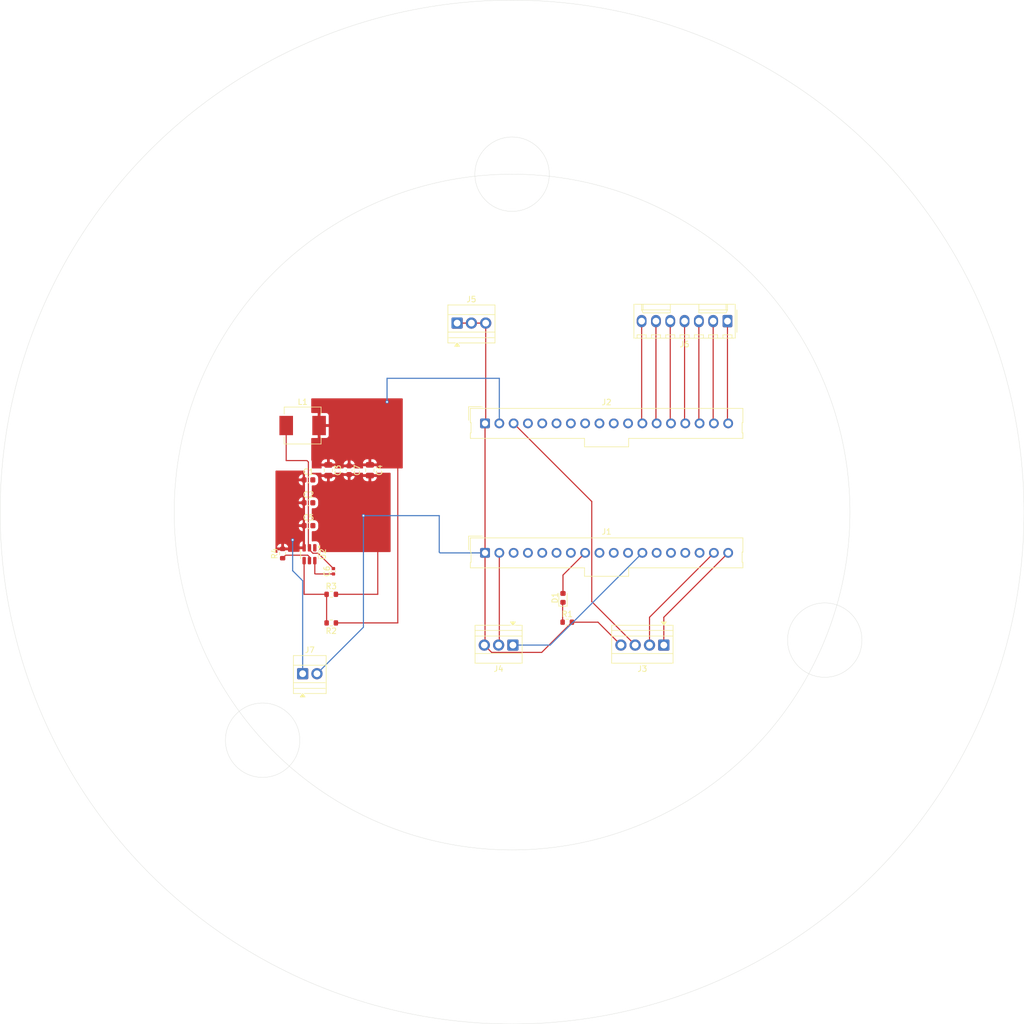
<source format=kicad_pcb>
(kicad_pcb (version 20241229) (generator "pcbnew") (generator_version "9.0")
  (title_block (title "float_carrier") (date "2025-12-01") (rev "v01") (company "Murex") (comment 1 "Author: Kevin Chen"))
  (layers (0 "F.Cu" signal) (2 "B.Cu" signal) (13 "F.Paste" user) (15 "B.Paste" user) (5 "F.SilkS" user "F.Silkscreen") (7 "B.SilkS" user "B.Silkscreen") (1 "F.Mask" user) (3 "B.Mask" user) (25 "Edge.Cuts" user))
  (net 0 "")
  (net 1 "/6V")
  (net 2 "GNDREF")
  (net 3 "/3.3V")
  (net 4 "Net-(U2-VBST)")
  (net 5 "Net-(U2-SW)")
  (net 6 "/GPIO0")
  (net 7 "Net-(D1-K)")
  (net 8 "/GPIO21")
  (net 9 "/GPIO19{slash}SCL")
  (net 10 "/GPIO36")
  (net 11 "/5V")
  (net 12 "/GPIO34")
  (net 13 "/Ve")
  (net 14 "/RST")
  (net 15 "/GPIO26")
  (net 16 "/U0RXD{slash}GPIO44")
  (net 17 "/GPIO20{slash}SCA")
  (net 18 "/GPIO33")
  (net 19 "/U0TXD{slash}GPIO43")
  (net 20 "GND")
  (net 21 "/GPIO35")
  (net 22 "/GPIO48")
  (net 23 "/GPIO47")
  (net 24 "/GPIO3")
  (net 25 "/GPIO46")
  (net 26 "/GPIO37")
  (net 27 "/GPIO38")
  (net 28 "/GPIO5")
  (net 29 "/GPIO1")
  (net 30 "/GPIO6")
  (net 31 "/GPIO7")
  (net 32 "/GPIO4")
  (net 33 "/GPIO42")
  (net 34 "/GPIO40")
  (net 35 "/GPIO39")
  (net 36 "/GPIO45")
  (net 37 "/GPIO2")
  (net 38 "/GPIO41")
  (net 39 "Net-(U2-VFB)")
  (net 40 "Net-(U2-EN)")
  (footprint "Connector_Molex:Molex_SL_171971-0018_1x18_P2.54mm_Vertical" (layer "F.Cu") (at 105.027 113.157)
    (property "Reference" "J1" (at 21.59 -3.75 0) (layer "F.SilkS"))
    (property "Value" "Conn_01x18_Socket")
    (fp_line (start -2.91 -2.96) (end -0.5 -2.96) (stroke (width 0.12)) (layer "F.SilkS"))
    (fp_line (start -2.91 -0.55) (end -2.91 -2.96) (stroke (width 0.12)) (layer "F.SilkS"))
    (fp_line (start -2.61 -2.66) (end -2.61 -0.13) (stroke (width 0.12)) (layer "F.SilkS"))
    (fp_line (start -2.61 -0.13) (end -2.48 -0.13) (stroke (width 0.12)) (layer "F.SilkS"))
    (fp_line (start -2.61 1.68) (end -2.61 2.66) (stroke (width 0.12)) (layer "F.SilkS"))
    (fp_line (start -2.61 2.66) (end 17.67 2.66) (stroke (width 0.12)) (layer "F.SilkS"))
    (fp_line (start -2.48 -0.13) (end -2.48 1.68) (stroke (width 0.12)) (layer "F.SilkS"))
    (fp_line (start -2.48 1.68) (end -2.61 1.68) (stroke (width 0.12)) (layer "F.SilkS"))
    (fp_line (start 17.67 2.66) (end 17.67 4.16) (stroke (width 0.12)) (layer "F.SilkS"))
    (fp_line (start 17.67 4.16) (end 25.51 4.16) (stroke (width 0.12)) (layer "F.SilkS"))
    (fp_line (start 25.51 2.66) (end 45.79 2.66) (stroke (width 0.12)) (layer "F.SilkS"))
    (fp_line (start 25.51 4.16) (end 25.51 2.66) (stroke (width 0.12)) (layer "F.SilkS"))
    (fp_line (start 45.66 -0.13) (end 45.79 -0.13) (stroke (width 0.12)) (layer "F.SilkS"))
    (fp_line (start 45.66 1.68) (end 45.66 -0.13) (stroke (width 0.12)) (layer "F.SilkS"))
    (fp_line (start 45.79 -2.66) (end -2.61 -2.66) (stroke (width 0.12)) (layer "F.SilkS"))
    (fp_line (start 45.79 -0.13) (end 45.79 -2.66) (stroke (width 0.12)) (layer "F.SilkS"))
    (fp_line (start 45.79 1.68) (end 45.66 1.68) (stroke (width 0.12)) (layer "F.SilkS"))
    (fp_line (start 45.79 2.66) (end 45.79 1.68) (stroke (width 0.12)) (layer "F.SilkS"))
    (pad "1" thru_hole roundrect (at 0 0) (size 1.74 1.74) (drill 1.09) (layers "*.Cu" "*.Mask") (roundrect_rratio 0.143678) (net 20 "GND"))
    (pad "2" thru_hole circle (at 2.54 0) (size 1.74 1.74) (drill 1.09) (layers "*.Cu" "*.Mask") (net 11 "/5V"))
    (pad "3" thru_hole circle (at 5.08 0) (size 1.74 1.74) (drill 1.09) (layers "*.Cu" "*.Mask") (net 13 "/Ve"))
    (pad "4" thru_hole circle (at 7.62 0) (size 1.74 1.74) (drill 1.09) (layers "*.Cu" "*.Mask") (net 13 "/Ve"))
    (pad "5" thru_hole circle (at 10.16 0) (size 1.74 1.74) (drill 1.09) (layers "*.Cu" "*.Mask") (net 16 "/U0RXD{slash}GPIO44"))
    (pad "6" thru_hole circle (at 12.7 0) (size 1.74 1.74) (drill 1.09) (layers "*.Cu" "*.Mask") (net 19 "/U0TXD{slash}GPIO43"))
    (pad "7" thru_hole circle (at 15.24 0) (size 1.74 1.74) (drill 1.09) (layers "*.Cu" "*.Mask") (net 14 "/RST"))
    (pad "8" thru_hole circle (at 17.78 0) (size 1.74 1.74) (drill 1.09) (layers "*.Cu" "*.Mask") (net 6 "/GPIO0"))
    (pad "9" thru_hole circle (at 20.32 0) (size 1.74 1.74) (drill 1.09) (layers "*.Cu" "*.Mask") (net 10 "/GPIO36"))
    (pad "10" thru_hole circle (at 22.86 0) (size 1.74 1.74) (drill 1.09) (layers "*.Cu" "*.Mask") (net 21 "/GPIO35"))
    (pad "11" thru_hole circle (at 25.4 0) (size 1.74 1.74) (drill 1.09) (layers "*.Cu" "*.Mask") (net 12 "/GPIO34"))
    (pad "12" thru_hole circle (at 27.94 0) (size 1.74 1.74) (drill 1.09) (layers "*.Cu" "*.Mask") (net 18 "/GPIO33"))
    (pad "13" thru_hole circle (at 30.48 0) (size 1.74 1.74) (drill 1.09) (layers "*.Cu" "*.Mask") (net 23 "/GPIO47"))
    (pad "14" thru_hole circle (at 33.02 0) (size 1.74 1.74) (drill 1.09) (layers "*.Cu" "*.Mask") (net 22 "/GPIO48"))
    (pad "15" thru_hole circle (at 35.56 0) (size 1.74 1.74) (drill 1.09) (layers "*.Cu" "*.Mask") (net 15 "/GPIO26"))
    (pad "16" thru_hole circle (at 38.1 0) (size 1.74 1.74) (drill 1.09) (layers "*.Cu" "*.Mask") (net 8 "/GPIO21"))
    (pad "17" thru_hole circle (at 40.64 0) (size 1.74 1.74) (drill 1.09) (layers "*.Cu" "*.Mask") (net 17 "/GPIO20{slash}SCA"))
    (pad "18" thru_hole circle (at 43.18 0) (size 1.74 1.74) (drill 1.09) (layers "*.Cu" "*.Mask") (net 9 "/GPIO19{slash}SCL"))
  )
  (footprint "Resistor_SMD:R_0603_1608Metric" (layer "F.Cu") (at 77.722 120.521)
    (property "Reference" "R3" (at 0 -1.43 0) (layer "F.SilkS"))
    (property "Value" "10k")
    (fp_line (start -0.237258 -0.5225) (end 0.237258 -0.5225) (stroke (width 0.12)) (layer "F.SilkS"))
    (fp_line (start -0.237258 0.5225) (end 0.237258 0.5225) (stroke (width 0.12)) (layer "F.SilkS"))
    (pad "1" smd roundrect (at -0.825 0) (size 0.8 0.95) (layers "F.Cu" "F.Mask" "F.Paste") (net 39 "Net-(U2-VFB)"))
    (pad "2" smd roundrect (at 0.825 0) (size 0.8 0.95) (layers "F.Cu" "F.Mask" "F.Paste") (net 20 "GND"))
  )
  (footprint "Capacitor_SMD:C_0603_1608Metric" (layer "F.Cu") (at 80.897 98.484 -90)
    (property "Reference" "C7" (at 0 -1.43 90) (layer "F.SilkS"))
    (property "Value" "22uF")
    (fp_line (start -0.14058 0.51) (end 0.14058 0.51) (stroke (width 0.12)) (layer "F.SilkS"))
    (fp_line (start -0.14058 -0.51) (end 0.14058 -0.51) (stroke (width 0.12)) (layer "F.SilkS"))
    (pad "1" smd roundrect (at -0.775 0 270) (size 0.9 0.95) (layers "F.Cu" "F.Mask" "F.Paste") (net 3 "/3.3V"))
    (pad "2" smd roundrect (at 0.775 0 270) (size 0.9 0.95) (layers "F.Cu" "F.Mask" "F.Paste") (net 20 "GND"))
  )
  (footprint "LED_SMD:LED_0603_1608Metric" (layer "F.Cu") (at 118.87 121.156 90)
    (property "Reference" "D1" (at 0 -1.43 90) (layer "F.SilkS"))
    (property "Value" "LED")
    (fp_line (start 0.8 -0.735) (end -1.485 -0.735) (stroke (width 0.12)) (layer "F.SilkS"))
    (fp_line (start -1.485 -0.735) (end -1.485 0.735) (stroke (width 0.12)) (layer "F.SilkS"))
    (fp_line (start -1.485 0.735) (end 0.8 0.735) (stroke (width 0.12)) (layer "F.SilkS"))
    (pad "1" smd roundrect (at -0.7875 0 90) (size 0.875 0.95) (layers "F.Cu" "F.Mask" "F.Paste") (net 7 "Net-(D1-K)"))
    (pad "2" smd roundrect (at 0.7875 0 90) (size 0.875 0.95) (layers "F.Cu" "F.Mask" "F.Paste") (net 6 "/GPIO0"))
  )
  (footprint "TerminalBlock:TerminalBlock_Xinya_XY308-2.54-2P_1x02_P2.54mm_Horizontal" (layer "F.Cu") (at 72.642 134.618)
    (property "Reference" "J7" (at 1.27 -4.22 0) (layer "F.SilkS"))
    (property "Value" "Screw_Terminal_01x02")
    (fp_line (start -1.64 -3.22) (end -1.64 3.52) (stroke (width 0.12)) (layer "F.SilkS"))
    (fp_line (start -1.64 -3.22) (end 4.18 -3.22) (stroke (width 0.12)) (layer "F.SilkS"))
    (fp_line (start -1.64 -1.5) (end 4.18 -1.5) (stroke (width 0.12)) (layer "F.SilkS"))
    (fp_line (start -1.64 1.6) (end 4.18 1.6) (stroke (width 0.12)) (layer "F.SilkS"))
    (fp_line (start -1.64 2.6) (end 4.18 2.6) (stroke (width 0.12)) (layer "F.SilkS"))
    (fp_line (start -1.64 3.52) (end -0.3 3.52) (stroke (width 0.12)) (layer "F.SilkS"))
    (fp_line (start 0.3 3.52) (end 4.18 3.52) (stroke (width 0.12)) (layer "F.SilkS"))
    (fp_line (start 4.18 -3.22) (end 4.18 3.52) (stroke (width 0.12)) (layer "F.SilkS"))
    (fp_poly (pts (xy 0 3.52) (xy 0.44 4.13) (xy -0.44 4.13)) (stroke (width 0.12)) (fill yes) (layer "F.SilkS"))
    (pad "1" thru_hole roundrect (at 0 0) (size 2 2) (drill 1.2) (layers "*.Cu" "*.Mask") (roundrect_rratio 0.125) (net 1 "/6V"))
    (pad "2" thru_hole circle (at 2.54 0) (size 2 2) (drill 1.2) (layers "*.Cu" "*.Mask") (net 20 "GND"))
  )
  (footprint "Inductor_SMD:L_Vishay_IHLP-2525" (layer "F.Cu") (at 72.642 90.549)
    (property "Reference" "L1" (at 0 -4.175 0) (layer "F.SilkS"))
    (property "Value" "2.2uH")
    (fp_line (start -3.275 -3.275) (end 3.275 -3.275) (stroke (width 0.12)) (layer "F.SilkS"))
    (fp_line (start -3.275 -2.0145) (end -3.275 -3.275) (stroke (width 0.12)) (layer "F.SilkS"))
    (fp_line (start -3.275 2.0145) (end -3.275 3.275) (stroke (width 0.12)) (layer "F.SilkS"))
    (fp_line (start -3.275 3.275) (end 3.275 3.275) (stroke (width 0.12)) (layer "F.SilkS"))
    (fp_line (start 3.275 -3.275) (end 3.275 -2.0145) (stroke (width 0.12)) (layer "F.SilkS"))
    (fp_line (start 3.275 3.275) (end 3.275 2.0145) (stroke (width 0.12)) (layer "F.SilkS"))
    (pad "1" smd rect (at -2.921 0) (size 2.413 3.429) (layers "F.Cu" "F.Mask" "F.Paste") (net 5 "Net-(U2-SW)"))
    (pad "2" smd rect (at 2.921 0) (size 2.413 3.429) (layers "F.Cu" "F.Mask" "F.Paste") (net 3 "/3.3V"))
  )
  (footprint "Resistor_SMD:R_0603_1608Metric" (layer "F.Cu") (at 77.722 125.601 180)
    (property "Reference" "R2" (at 0 -1.43 0) (layer "F.SilkS"))
    (property "Value" "33.2k")
    (fp_line (start -0.237258 0.5225) (end 0.237258 0.5225) (stroke (width 0.12)) (layer "F.SilkS"))
    (fp_line (start -0.237258 -0.5225) (end 0.237258 -0.5225) (stroke (width 0.12)) (layer "F.SilkS"))
    (pad "1" smd roundrect (at -0.825 0 180) (size 0.8 0.95) (layers "F.Cu" "F.Mask" "F.Paste") (net 3 "/3.3V"))
    (pad "2" smd roundrect (at 0.825 0 180) (size 0.8 0.95) (layers "F.Cu" "F.Mask" "F.Paste") (net 39 "Net-(U2-VFB)"))
  )
  (footprint "Capacitor_SMD:C_0805_2012Metric" (layer "F.Cu") (at 84.58 98.484 -90)
    (property "Reference" "C4" (at 0 -1.68 90) (layer "F.SilkS"))
    (property "Value" "22uF")
    (fp_line (start -0.261252 0.735) (end 0.261252 0.735) (stroke (width 0.12)) (layer "F.SilkS"))
    (fp_line (start -0.261252 -0.735) (end 0.261252 -0.735) (stroke (width 0.12)) (layer "F.SilkS"))
    (pad "1" smd roundrect (at -0.95 0 270) (size 1 1.45) (layers "F.Cu" "F.Mask" "F.Paste") (net 3 "/3.3V"))
    (pad "2" smd roundrect (at 0.95 0 270) (size 1 1.45) (layers "F.Cu" "F.Mask" "F.Paste") (net 20 "GND"))
  )
  (footprint "Capacitor_SMD:C_0603_1608Metric" (layer "F.Cu") (at 73.671 100.201)
    (property "Reference" "C1" (at 0 -1.43 0) (layer "F.SilkS"))
    (property "Value" "10uF")
    (fp_line (start -0.14058 -0.51) (end 0.14058 -0.51) (stroke (width 0.12)) (layer "F.SilkS"))
    (fp_line (start -0.14058 0.51) (end 0.14058 0.51) (stroke (width 0.12)) (layer "F.SilkS"))
    (pad "1" smd roundrect (at -0.775 0) (size 0.9 0.95) (layers "F.Cu" "F.Mask" "F.Paste") (net 1 "/6V"))
    (pad "2" smd roundrect (at 0.775 0) (size 0.9 0.95) (layers "F.Cu" "F.Mask" "F.Paste") (net 2 "GNDREF"))
  )
  (footprint "Capacitor_SMD:C_0402_1005Metric" (layer "F.Cu") (at 78.103 116.429 90)
    (property "Reference" "C6" (at 0 -1.16 90) (layer "F.SilkS"))
    (property "Value" "0.1uF")
    (fp_line (start -0.107836 -0.36) (end 0.107836 -0.36) (stroke (width 0.12)) (layer "F.SilkS"))
    (fp_line (start -0.107836 0.36) (end 0.107836 0.36) (stroke (width 0.12)) (layer "F.SilkS"))
    (pad "1" smd roundrect (at -0.48 0 90) (size 0.56 0.62) (layers "F.Cu" "F.Mask" "F.Paste") (net 4 "Net-(U2-VBST)"))
    (pad "2" smd roundrect (at 0.48 0 90) (size 0.56 0.62) (layers "F.Cu" "F.Mask" "F.Paste") (net 5 "Net-(U2-SW)"))
  )
  (footprint "TerminalBlock:TerminalBlock_Xinya_XY308-2.54-3P_1x03_P2.54mm_Horizontal" (layer "F.Cu") (at 100.069 72.3595)
    (property "Reference" "J5" (at 2.54 -4.22 0) (layer "F.SilkS"))
    (property "Value" "Screw_Terminal_01x03_GND")
    (fp_line (start -1.64 -3.22) (end -1.64 3.52) (stroke (width 0.12)) (layer "F.SilkS"))
    (fp_line (start -1.64 -3.22) (end 6.72 -3.22) (stroke (width 0.12)) (layer "F.SilkS"))
    (fp_line (start -1.64 -1.5) (end 6.72 -1.5) (stroke (width 0.12)) (layer "F.SilkS"))
    (fp_line (start -1.64 1.6) (end 6.72 1.6) (stroke (width 0.12)) (layer "F.SilkS"))
    (fp_line (start -1.64 2.6) (end 6.72 2.6) (stroke (width 0.12)) (layer "F.SilkS"))
    (fp_line (start -1.64 3.52) (end -0.3 3.52) (stroke (width 0.12)) (layer "F.SilkS"))
    (fp_line (start 0.3 3.52) (end 6.72 3.52) (stroke (width 0.12)) (layer "F.SilkS"))
    (fp_line (start 6.72 -3.22) (end 6.72 3.52) (stroke (width 0.12)) (layer "F.SilkS"))
    (fp_poly (pts (xy 0 3.52) (xy 0.44 4.13) (xy -0.44 4.13)) (stroke (width 0.12)) (fill yes) (layer "F.SilkS"))
    (pad "1" thru_hole roundrect (at 0 0) (size 2 2) (drill 1.2) (layers "*.Cu" "*.Mask") (roundrect_rratio 0.125) (net 20 "GND"))
    (pad "2" thru_hole circle (at 2.54 0) (size 2 2) (drill 1.2) (layers "*.Cu" "*.Mask") (net 20 "GND"))
    (pad "3" thru_hole circle (at 5.08 0) (size 2 2) (drill 1.2) (layers "*.Cu" "*.Mask") (net 20 "GND"))
  )
  (footprint "TerminalBlock:TerminalBlock_Xinya_XY308-2.54-3P_1x03_P2.54mm_Horizontal" (layer "F.Cu") (at 109.98 129.538 180)
    (property "Reference" "J4" (at 2.54 -4.22 0) (layer "F.SilkS"))
    (property "Value" "Screw_Terminal_01x03_Servo")
    (fp_line (start 6.72 -3.22) (end 6.72 3.52) (stroke (width 0.12)) (layer "F.SilkS"))
    (fp_line (start 0.3 3.52) (end 6.72 3.52) (stroke (width 0.12)) (layer "F.SilkS"))
    (fp_line (start -1.64 3.52) (end -0.3 3.52) (stroke (width 0.12)) (layer "F.SilkS"))
    (fp_line (start -1.64 2.6) (end 6.72 2.6) (stroke (width 0.12)) (layer "F.SilkS"))
    (fp_line (start -1.64 1.6) (end 6.72 1.6) (stroke (width 0.12)) (layer "F.SilkS"))
    (fp_line (start -1.64 -1.5) (end 6.72 -1.5) (stroke (width 0.12)) (layer "F.SilkS"))
    (fp_line (start -1.64 -3.22) (end 6.72 -3.22) (stroke (width 0.12)) (layer "F.SilkS"))
    (fp_line (start -1.64 -3.22) (end -1.64 3.52) (stroke (width 0.12)) (layer "F.SilkS"))
    (fp_poly (pts (xy 0 3.52) (xy 0.44 4.13) (xy -0.44 4.13)) (stroke (width 0.12)) (fill yes) (layer "F.SilkS"))
    (pad "1" thru_hole roundrect (at 0 0 180) (size 2 2) (drill 1.2) (layers "*.Cu" "*.Mask") (roundrect_rratio 0.125) (net 18 "/GPIO33"))
    (pad "2" thru_hole circle (at 2.54 0 180) (size 2 2) (drill 1.2) (layers "*.Cu" "*.Mask") (net 11 "/5V"))
    (pad "3" thru_hole circle (at 5.08 0 180) (size 2 2) (drill 1.2) (layers "*.Cu" "*.Mask") (net 20 "GND"))
  )
  (footprint "TerminalBlock:TerminalBlock_Xinya_XY308-2.54-4P_1x04_P2.54mm_Horizontal" (layer "F.Cu") (at 136.777 129.538 180)
    (property "Reference" "J3" (at 3.81 -4.22 0) (layer "F.SilkS"))
    (property "Value" "Screw_Terminal_01x04_Depth_Sensor")
    (fp_line (start 9.26 -3.22) (end 9.26 3.52) (stroke (width 0.12)) (layer "F.SilkS"))
    (fp_line (start 0.3 3.52) (end 9.26 3.52) (stroke (width 0.12)) (layer "F.SilkS"))
    (fp_line (start -1.64 3.52) (end -0.3 3.52) (stroke (width 0.12)) (layer "F.SilkS"))
    (fp_line (start -1.64 2.6) (end 9.26 2.6) (stroke (width 0.12)) (layer "F.SilkS"))
    (fp_line (start -1.64 1.6) (end 9.26 1.6) (stroke (width 0.12)) (layer "F.SilkS"))
    (fp_line (start -1.64 -1.5) (end 9.26 -1.5) (stroke (width 0.12)) (layer "F.SilkS"))
    (fp_line (start -1.64 -3.22) (end 9.26 -3.22) (stroke (width 0.12)) (layer "F.SilkS"))
    (fp_line (start -1.64 -3.22) (end -1.64 3.52) (stroke (width 0.12)) (layer "F.SilkS"))
    (fp_poly (pts (xy 0 3.52) (xy 0.44 4.13) (xy -0.44 4.13)) (stroke (width 0.12)) (fill yes) (layer "F.SilkS"))
    (pad "1" thru_hole roundrect (at 0 0 180) (size 2 2) (drill 1.2) (layers "*.Cu" "*.Mask") (roundrect_rratio 0.125) (net 9 "/GPIO19{slash}SCL"))
    (pad "2" thru_hole circle (at 2.54 0 180) (size 2 2) (drill 1.2) (layers "*.Cu" "*.Mask") (net 17 "/GPIO20{slash}SCA"))
    (pad "3" thru_hole circle (at 5.08 0 180) (size 2 2) (drill 1.2) (layers "*.Cu" "*.Mask") (net 3 "/3.3V"))
    (pad "4" thru_hole circle (at 7.62 0 180) (size 2 2) (drill 1.2) (layers "*.Cu" "*.Mask") (net 20 "GND"))
  )
  (footprint "Connector_Molex:Molex_SL_171971-0018_1x18_P2.54mm_Vertical" (layer "F.Cu") (at 105.027 90.168)
    (property "Reference" "J2" (at 21.59 -3.75 0) (layer "F.SilkS"))
    (property "Value" "Conn_01x18_Socket")
    (fp_line (start -2.91 -2.96) (end -0.5 -2.96) (stroke (width 0.12)) (layer "F.SilkS"))
    (fp_line (start -2.91 -0.55) (end -2.91 -2.96) (stroke (width 0.12)) (layer "F.SilkS"))
    (fp_line (start -2.61 -2.66) (end -2.61 -0.13) (stroke (width 0.12)) (layer "F.SilkS"))
    (fp_line (start -2.61 -0.13) (end -2.48 -0.13) (stroke (width 0.12)) (layer "F.SilkS"))
    (fp_line (start -2.61 1.68) (end -2.61 2.66) (stroke (width 0.12)) (layer "F.SilkS"))
    (fp_line (start -2.61 2.66) (end 17.67 2.66) (stroke (width 0.12)) (layer "F.SilkS"))
    (fp_line (start -2.48 -0.13) (end -2.48 1.68) (stroke (width 0.12)) (layer "F.SilkS"))
    (fp_line (start -2.48 1.68) (end -2.61 1.68) (stroke (width 0.12)) (layer "F.SilkS"))
    (fp_line (start 17.67 2.66) (end 17.67 4.16) (stroke (width 0.12)) (layer "F.SilkS"))
    (fp_line (start 17.67 4.16) (end 25.51 4.16) (stroke (width 0.12)) (layer "F.SilkS"))
    (fp_line (start 25.51 2.66) (end 45.79 2.66) (stroke (width 0.12)) (layer "F.SilkS"))
    (fp_line (start 25.51 4.16) (end 25.51 2.66) (stroke (width 0.12)) (layer "F.SilkS"))
    (fp_line (start 45.66 -0.13) (end 45.79 -0.13) (stroke (width 0.12)) (layer "F.SilkS"))
    (fp_line (start 45.66 1.68) (end 45.66 -0.13) (stroke (width 0.12)) (layer "F.SilkS"))
    (fp_line (start 45.79 -2.66) (end -2.61 -2.66) (stroke (width 0.12)) (layer "F.SilkS"))
    (fp_line (start 45.79 -0.13) (end 45.79 -2.66) (stroke (width 0.12)) (layer "F.SilkS"))
    (fp_line (start 45.79 1.68) (end 45.66 1.68) (stroke (width 0.12)) (layer "F.SilkS"))
    (fp_line (start 45.79 2.66) (end 45.79 1.68) (stroke (width 0.12)) (layer "F.SilkS"))
    (pad "1" thru_hole roundrect (at 0 0) (size 1.74 1.74) (drill 1.09) (layers "*.Cu" "*.Mask") (roundrect_rratio 0.143678) (net 20 "GND"))
    (pad "2" thru_hole circle (at 2.54 0) (size 1.74 1.74) (drill 1.09) (layers "*.Cu" "*.Mask") (net 3 "/3.3V"))
    (pad "3" thru_hole circle (at 5.08 0) (size 1.74 1.74) (drill 1.09) (layers "*.Cu" "*.Mask") (net 3 "/3.3V"))
    (pad "4" thru_hole circle (at 7.62 0) (size 1.74 1.74) (drill 1.09) (layers "*.Cu" "*.Mask") (net 26 "/GPIO37"))
    (pad "5" thru_hole circle (at 10.16 0) (size 1.74 1.74) (drill 1.09) (layers "*.Cu" "*.Mask") (net 25 "/GPIO46"))
    (pad "6" thru_hole circle (at 12.7 0) (size 1.74 1.74) (drill 1.09) (layers "*.Cu" "*.Mask") (net 36 "/GPIO45"))
    (pad "7" thru_hole circle (at 15.24 0) (size 1.74 1.74) (drill 1.09) (layers "*.Cu" "*.Mask") (net 33 "/GPIO42"))
    (pad "8" thru_hole circle (at 17.78 0) (size 1.74 1.74) (drill 1.09) (layers "*.Cu" "*.Mask") (net 38 "/GPIO41"))
    (pad "9" thru_hole circle (at 20.32 0) (size 1.74 1.74) (drill 1.09) (layers "*.Cu" "*.Mask") (net 34 "/GPIO40"))
    (pad "10" thru_hole circle (at 22.86 0) (size 1.74 1.74) (drill 1.09) (layers "*.Cu" "*.Mask") (net 35 "/GPIO39"))
    (pad "11" thru_hole circle (at 25.4 0) (size 1.74 1.74) (drill 1.09) (layers "*.Cu" "*.Mask") (net 27 "/GPIO38"))
    (pad "12" thru_hole circle (at 27.94 0) (size 1.74 1.74) (drill 1.09) (layers "*.Cu" "*.Mask") (net 29 "/GPIO1"))
    (pad "13" thru_hole circle (at 30.48 0) (size 1.74 1.74) (drill 1.09) (layers "*.Cu" "*.Mask") (net 37 "/GPIO2"))
    (pad "14" thru_hole circle (at 33.02 0) (size 1.74 1.74) (drill 1.09) (layers "*.Cu" "*.Mask") (net 24 "/GPIO3"))
    (pad "15" thru_hole circle (at 35.56 0) (size 1.74 1.74) (drill 1.09) (layers "*.Cu" "*.Mask") (net 32 "/GPIO4"))
    (pad "16" thru_hole circle (at 38.1 0) (size 1.74 1.74) (drill 1.09) (layers "*.Cu" "*.Mask") (net 28 "/GPIO5"))
    (pad "17" thru_hole circle (at 40.64 0) (size 1.74 1.74) (drill 1.09) (layers "*.Cu" "*.Mask") (net 30 "/GPIO6"))
    (pad "18" thru_hole circle (at 43.18 0) (size 1.74 1.74) (drill 1.09) (layers "*.Cu" "*.Mask") (net 31 "/GPIO7"))
  )
  (footprint "Capacitor_SMD:C_0805_2012Metric" (layer "F.Cu") (at 77.214 98.497 -90)
    (property "Reference" "C3" (at 0 -1.68 90) (layer "F.SilkS"))
    (property "Value" "22uF")
    (fp_line (start -0.261252 0.735) (end 0.261252 0.735) (stroke (width 0.12)) (layer "F.SilkS"))
    (fp_line (start -0.261252 -0.735) (end 0.261252 -0.735) (stroke (width 0.12)) (layer "F.SilkS"))
    (pad "1" smd roundrect (at -0.95 0 270) (size 1 1.45) (layers "F.Cu" "F.Mask" "F.Paste") (net 3 "/3.3V"))
    (pad "2" smd roundrect (at 0.95 0 270) (size 1 1.45) (layers "F.Cu" "F.Mask" "F.Paste") (net 20 "GND"))
  )
  (footprint "Package_TO_SOT_SMD:SOT-23-6" (layer "F.Cu") (at 73.851 113.4035 -90)
    (property "Reference" "U2" (at 0 -2.4 90) (layer "F.SilkS"))
    (property "Value" "TPS563200")
    (fp_line (start 0 1.56) (end -0.8 1.56) (stroke (width 0.12)) (layer "F.SilkS"))
    (fp_line (start 0 1.56) (end 0.8 1.56) (stroke (width 0.12)) (layer "F.SilkS"))
    (fp_line (start 0 -1.56) (end -0.8 -1.56) (stroke (width 0.12)) (layer "F.SilkS"))
    (fp_line (start 0 -1.56) (end 0.8 -1.56) (stroke (width 0.12)) (layer "F.SilkS"))
    (fp_poly (pts (xy -1.3 -1.51) (xy -1.54 -1.84) (xy -1.06 -1.84)) (stroke (width 0.12)) (fill yes) (layer "F.SilkS"))
    (pad "1" smd roundrect (at -1.1375 -0.95 270) (size 1.325 0.6) (layers "F.Cu" "F.Mask" "F.Paste") (net 2 "GNDREF"))
    (pad "2" smd roundrect (at -1.1375 0 270) (size 1.325 0.6) (layers "F.Cu" "F.Mask" "F.Paste") (net 5 "Net-(U2-SW)"))
    (pad "3" smd roundrect (at -1.1375 0.95 270) (size 1.325 0.6) (layers "F.Cu" "F.Mask" "F.Paste") (net 1 "/6V"))
    (pad "4" smd roundrect (at 1.1375 0.95 270) (size 1.325 0.6) (layers "F.Cu" "F.Mask" "F.Paste") (net 39 "Net-(U2-VFB)"))
    (pad "5" smd roundrect (at 1.1375 0 270) (size 1.325 0.6) (layers "F.Cu" "F.Mask" "F.Paste") (net 40 "Net-(U2-EN)"))
    (pad "6" smd roundrect (at 1.1375 -0.95 270) (size 1.325 0.6) (layers "F.Cu" "F.Mask" "F.Paste") (net 4 "Net-(U2-VBST)"))
  )
  (footprint "Resistor_SMD:R_0603_1608Metric" (layer "F.Cu") (at 119.632 125.474)
    (property "Reference" "R1" (at 0 -1.43 0) (layer "F.SilkS"))
    (property "Value" "10k")
    (fp_line (start -0.237258 -0.5225) (end 0.237258 -0.5225) (stroke (width 0.12)) (layer "F.SilkS"))
    (fp_line (start -0.237258 0.5225) (end 0.237258 0.5225) (stroke (width 0.12)) (layer "F.SilkS"))
    (pad "1" smd roundrect (at -0.825 0) (size 0.8 0.95) (layers "F.Cu" "F.Mask" "F.Paste") (net 7 "Net-(D1-K)"))
    (pad "2" smd roundrect (at 0.825 0) (size 0.8 0.95) (layers "F.Cu" "F.Mask" "F.Paste") (net 20 "GND"))
  )
  (footprint "Capacitor_SMD:C_0603_1608Metric" (layer "F.Cu") (at 73.684 108.329)
    (property "Reference" "C5" (at 0 -1.43 0) (layer "F.SilkS"))
    (property "Value" "0.1uF")
    (fp_line (start -0.14058 -0.51) (end 0.14058 -0.51) (stroke (width 0.12)) (layer "F.SilkS"))
    (fp_line (start -0.14058 0.51) (end 0.14058 0.51) (stroke (width 0.12)) (layer "F.SilkS"))
    (pad "1" smd roundrect (at -0.775 0) (size 0.9 0.95) (layers "F.Cu" "F.Mask" "F.Paste") (net 1 "/6V"))
    (pad "2" smd roundrect (at 0.775 0) (size 0.9 0.95) (layers "F.Cu" "F.Mask" "F.Paste") (net 2 "GNDREF"))
  )
  (footprint "Connector_Molex:Molex_KK-254_AE-6410-07A_1x07_P2.54mm_Vertical" (layer "F.Cu") (at 148.08 72.007 180)
    (property "Reference" "J6" (at 7.62 -4.12 0) (layer "F.SilkS"))
    (property "Value" "Conn_01x07_Socket")
    (fp_line (start 16.62 2.99) (end 16.62 -3.03) (stroke (width 0.12)) (layer "F.SilkS"))
    (fp_line (start 16.62 -3.03) (end -1.38 -3.03) (stroke (width 0.12)) (layer "F.SilkS"))
    (fp_line (start 16.04 -2.43) (end 16.04 -3.03) (stroke (width 0.12)) (layer "F.SilkS"))
    (fp_line (start 15.24 2.99) (end 15.24 1.99) (stroke (width 0.12)) (layer "F.SilkS"))
    (fp_line (start 15.24 1.99) (end 14.99 1.46) (stroke (width 0.12)) (layer "F.SilkS"))
    (fp_line (start 15.24 1.99) (end 10.16 1.99) (stroke (width 0.12)) (layer "F.SilkS"))
    (fp_line (start 14.99 2.99) (end 14.99 1.99) (stroke (width 0.12)) (layer "F.SilkS"))
    (fp_line (start 14.99 1.46) (end 10.16 1.46) (stroke (width 0.12)) (layer "F.SilkS"))
    (fp_line (start 14.44 -2.43) (end 16.04 -2.43) (stroke (width 0.12)) (layer "F.SilkS"))
    (fp_line (start 14.44 -3.03) (end 14.44 -2.43) (stroke (width 0.12)) (layer "F.SilkS"))
    (fp_line (start 13.5 -2.43) (end 13.5 -3.03) (stroke (width 0.12)) (layer "F.SilkS"))
    (fp_line (start 11.9 -2.43) (end 13.5 -2.43) (stroke (width 0.12)) (layer "F.SilkS"))
    (fp_line (start 11.9 -3.03) (end 11.9 -2.43) (stroke (width 0.12)) (layer "F.SilkS"))
    (fp_line (start 10.96 -2.43) (end 10.96 -3.03) (stroke (width 0.12)) (layer "F.SilkS"))
    (fp_line (start 10.16 1.99) (end 10.16 2.99) (stroke (width 0.12)) (layer "F.SilkS"))
    (fp_line (start 10.16 1.46) (end 10.16 1.99) (stroke (width 0.12)) (layer "F.SilkS"))
    (fp_line (start 9.36 -2.43) (end 10.96 -2.43) (stroke (width 0.12)) (layer "F.SilkS"))
    (fp_line (start 9.36 -3.03) (end 9.36 -2.43) (stroke (width 0.12)) (layer "F.SilkS"))
    (fp_line (start 8.42 -2.43) (end 8.42 -3.03) (stroke (width 0.12)) (layer "F.SilkS"))
    (fp_line (start 6.82 -2.43) (end 8.42 -2.43) (stroke (width 0.12)) (layer "F.SilkS"))
    (fp_line (start 6.82 -3.03) (end 6.82 -2.43) (stroke (width 0.12)) (layer "F.SilkS"))
    (fp_line (start 5.88 -2.43) (end 5.88 -3.03) (stroke (width 0.12)) (layer "F.SilkS"))
    (fp_line (start 5.08 1.99) (end 5.08 2.99) (stroke (width 0.12)) (layer "F.SilkS"))
    (fp_line (start 5.08 1.46) (end 5.08 1.99) (stroke (width 0.12)) (layer "F.SilkS"))
    (fp_line (start 4.28 -2.43) (end 5.88 -2.43) (stroke (width 0.12)) (layer "F.SilkS"))
    (fp_line (start 4.28 -3.03) (end 4.28 -2.43) (stroke (width 0.12)) (layer "F.SilkS"))
    (fp_line (start 3.34 -2.43) (end 3.34 -3.03) (stroke (width 0.12)) (layer "F.SilkS"))
    (fp_line (start 1.74 -2.43) (end 3.34 -2.43) (stroke (width 0.12)) (layer "F.SilkS"))
    (fp_line (start 1.74 -3.03) (end 1.74 -2.43) (stroke (width 0.12)) (layer "F.SilkS"))
    (fp_line (start 0.8 -2.43) (end 0.8 -3.03) (stroke (width 0.12)) (layer "F.SilkS"))
    (fp_line (start 0.25 2.99) (end 0.25 1.99) (stroke (width 0.12)) (layer "F.SilkS"))
    (fp_line (start 0.25 1.46) (end 5.08 1.46) (stroke (width 0.12)) (layer "F.SilkS"))
    (fp_line (start 0 2.99) (end 0 1.99) (stroke (width 0.12)) (layer "F.SilkS"))
    (fp_line (start 0 1.99) (end 5.08 1.99) (stroke (width 0.12)) (layer "F.SilkS"))
    (fp_line (start 0 1.99) (end 0.25 1.46) (stroke (width 0.12)) (layer "F.SilkS"))
    (fp_line (start -0.8 -2.43) (end 0.8 -2.43) (stroke (width 0.12)) (layer "F.SilkS"))
    (fp_line (start -0.8 -3.03) (end -0.8 -2.43) (stroke (width 0.12)) (layer "F.SilkS"))
    (fp_line (start -1.38 2.99) (end 16.62 2.99) (stroke (width 0.12)) (layer "F.SilkS"))
    (fp_line (start -1.38 -3.03) (end -1.38 2.99) (stroke (width 0.12)) (layer "F.SilkS"))
    (fp_line (start -1.67 -2) (end -1.67 2) (stroke (width 0.12)) (layer "F.SilkS"))
    (pad "1" thru_hole roundrect (at 0 0 180) (size 1.74 2.19) (drill 1.19) (layers "*.Cu" "*.Mask") (roundrect_rratio 0.143678) (net 31 "/GPIO7"))
    (pad "2" thru_hole oval (at 2.54 0 180) (size 1.74 2.19) (drill 1.19) (layers "*.Cu" "*.Mask") (net 30 "/GPIO6"))
    (pad "3" thru_hole oval (at 5.08 0 180) (size 1.74 2.19) (drill 1.19) (layers "*.Cu" "*.Mask") (net 28 "/GPIO5"))
    (pad "4" thru_hole oval (at 7.62 0 180) (size 1.74 2.19) (drill 1.19) (layers "*.Cu" "*.Mask") (net 32 "/GPIO4"))
    (pad "5" thru_hole oval (at 10.16 0 180) (size 1.74 2.19) (drill 1.19) (layers "*.Cu" "*.Mask") (net 24 "/GPIO3"))
    (pad "6" thru_hole oval (at 12.7 0 180) (size 1.74 2.19) (drill 1.19) (layers "*.Cu" "*.Mask") (net 37 "/GPIO2"))
    (pad "7" thru_hole oval (at 15.24 0 180) (size 1.74 2.19) (drill 1.19) (layers "*.Cu" "*.Mask") (net 29 "/GPIO1"))
  )
  (footprint "Resistor_SMD:R_0603_1608Metric" (layer "F.Cu") (at 69.086 113.282 90)
    (property "Reference" "R4" (at 0 -1.43 90) (layer "F.SilkS"))
    (property "Value" "10k")
    (fp_line (start -0.237258 -0.5225) (end 0.237258 -0.5225) (stroke (width 0.12)) (layer "F.SilkS"))
    (fp_line (start -0.237258 0.5225) (end 0.237258 0.5225) (stroke (width 0.12)) (layer "F.SilkS"))
    (pad "1" smd roundrect (at -0.825 0 90) (size 0.8 0.95) (layers "F.Cu" "F.Mask" "F.Paste") (net 40 "Net-(U2-EN)"))
    (pad "2" smd roundrect (at 0.825 0 90) (size 0.8 0.95) (layers "F.Cu" "F.Mask" "F.Paste") (net 1 "/6V"))
  )
  (footprint "Capacitor_SMD:C_0603_1608Metric" (layer "F.Cu") (at 73.671 104.265)
    (property "Reference" "C2" (at 0 -1.43 0) (layer "F.SilkS"))
    (property "Value" "10uF")
    (fp_line (start -0.14058 -0.51) (end 0.14058 -0.51) (stroke (width 0.12)) (layer "F.SilkS"))
    (fp_line (start -0.14058 0.51) (end 0.14058 0.51) (stroke (width 0.12)) (layer "F.SilkS"))
    (pad "1" smd roundrect (at -0.775 0) (size 0.9 0.95) (layers "F.Cu" "F.Mask" "F.Paste") (net 1 "/6V"))
    (pad "2" smd roundrect (at 0.775 0) (size 0.9 0.95) (layers "F.Cu" "F.Mask" "F.Paste") (net 2 "GNDREF"))
  )
  (gr_circle (center 109.8296 105.918) (end 169.82948 105.918) (stroke (width 0.05)) (fill no) (layer "Edge.Cuts"))
  (gr_circle (center 109.8296 45.91812) (end 116.4336 45.91812) (stroke (width 0.05)) (fill no) (layer "Edge.Cuts"))
  (gr_circle (center 109.8296 105.918) (end 200.7362 105.918) (stroke (width 0.05)) (fill no) (layer "Edge.Cuts"))
  (gr_circle (center 65.532 146.431) (end 72.136 146.431) (stroke (width 0.05)) (fill no) (layer "Edge.Cuts"))
  (gr_circle (center 165.354 128.651) (end 171.958 128.651) (stroke (width 0.05)) (fill no) (layer "Edge.Cuts"))
  (via (at 70.864 110.869) (size 0.6) (drill 0.3) (layers "F.Cu" "B.Cu") (net 1))
  (segment (start 70.864 110.869) (end 70.864 111.25) (width 0.2) (layer "B.Cu") (net 1))
  (segment (start 70.864 116.33) (end 70.864 110.869) (width 0.2) (layer "B.Cu") (net 1))
  (segment (start 72.642 118.108) (end 70.864 116.33) (width 0.2) (layer "B.Cu") (net 1))
  (segment (start 72.642 134.618) (end 72.642 118.108) (width 0.2) (layer "B.Cu") (net 1))
  (segment (start 123.978 121.819) (end 131.697 129.538) (width 0.2) (layer "F.Cu") (net 3))
  (segment (start 123.978 104.039) (end 123.978 121.819) (width 0.2) (layer "F.Cu") (net 3))
  (segment (start 89.533 125.601) (end 78.547 125.601) (width 0.2) (layer "F.Cu") (net 3))
  (segment (start 110.107 90.168) (end 123.978 104.039) (width 0.2) (layer "F.Cu") (net 3))
  (segment (start 89.533 125.601) (end 89.533 98.042) (width 0.2) (layer "F.Cu") (net 3))
  (via (at 87.628 86.358) (size 0.6) (drill 0.3) (layers "F.Cu" "B.Cu") (net 3))
  (segment (start 87.628 82.167) (end 87.628 86.358) (width 0.2) (layer "B.Cu") (net 3))
  (segment (start 107.567 90.168) (end 107.567 82.167) (width 0.2) (layer "B.Cu") (net 3))
  (segment (start 107.567 82.167) (end 87.628 82.167) (width 0.2) (layer "B.Cu") (net 3))
  (segment (start 78.103 116.909) (end 74.872 116.909) (width 0.2) (layer "F.Cu") (net 4))
  (segment (start 74.801 116.838) (end 74.801 114.541) (width 0.2) (layer "F.Cu") (net 4))
  (segment (start 74.872 116.909) (end 74.801 116.838) (width 0.2) (layer "F.Cu") (net 4))
  (segment (start 74.460032 113.2295) (end 75.3835 113.2295) (width 0.2) (layer "F.Cu") (net 5))
  (segment (start 69.721 96.772) (end 69.721 90.549) (width 0.2) (layer "F.Cu") (net 5))
  (segment (start 73.851 112.266) (end 73.851 112.620468) (width 0.2) (layer "F.Cu") (net 5))
  (segment (start 73.851 112.620468) (end 74.460032 113.2295) (width 0.2) (layer "F.Cu") (net 5))
  (segment (start 73.66 97.028) (end 73.404 96.772) (width 0.2) (layer "F.Cu") (net 5))
  (segment (start 73.851 112.266) (end 73.66 112.075) (width 0.2) (layer "F.Cu") (net 5))
  (segment (start 73.66 112.075) (end 73.66 97.028) (width 0.2) (layer "F.Cu") (net 5))
  (segment (start 73.851 111.911532) (end 73.851 112.266) (width 0.2) (layer "F.Cu") (net 5))
  (segment (start 75.3835 113.2295) (end 78.103 115.949) (width 0.2) (layer "F.Cu") (net 5))
  (segment (start 73.404 96.772) (end 69.721 96.772) (width 0.2) (layer "F.Cu") (net 5))
  (segment (start 118.87 117.105005) (end 122.807 113.168005) (width 0.2) (layer "F.Cu") (net 6))
  (segment (start 118.87 120.3685) (end 118.87 117.105005) (width 0.2) (layer "F.Cu") (net 6))
  (segment (start 118.807 125.474) (end 118.807 122.0065) (width 0.2) (layer "F.Cu") (net 7))
  (segment (start 118.807 122.0065) (end 118.87 121.9435) (width 0.2) (layer "F.Cu") (net 7))
  (segment (start 136.777 129.538) (end 136.777 124.598005) (width 0.2) (layer "F.Cu") (net 9))
  (segment (start 136.777 124.598005) (end 148.207 113.168005) (width 0.2) (layer "F.Cu") (net 9))
  (segment (start 107.567 129.411) (end 107.44 129.538) (width 0.2) (layer "F.Cu") (net 11))
  (segment (start 107.567 113.168005) (end 107.567 129.411) (width 0.2) (layer "F.Cu") (net 11))
  (segment (start 134.237 129.538) (end 134.237 124.598005) (width 0.2) (layer "F.Cu") (net 17))
  (segment (start 134.237 124.598005) (end 145.667 113.168005) (width 0.2) (layer "F.Cu") (net 17))
  (segment (start 116.597005 129.538) (end 132.967 113.168005) (width 0.2) (layer "B.Cu") (net 18))
  (segment (start 109.98 129.538) (end 116.597005 129.538) (width 0.2) (layer "B.Cu") (net 18))
  (segment (start 85.977 120.521) (end 78.674 120.521) (width 0.2) (layer "F.Cu") (net 20))
  (segment (start 105.027 90.168) (end 105.027 113.168005) (width 0.2) (layer "F.Cu") (net 20))
  (segment (start 120.457 125.474) (end 125.093 125.474) (width 0.2) (layer "F.Cu") (net 20))
  (segment (start 105.149 72.3595) (end 105.149 90.046) (width 0.2) (layer "F.Cu") (net 20))
  (segment (start 105.027 129.411) (end 104.9 129.538) (width 0.2) (layer "F.Cu") (net 20))
  (segment (start 104.9 129.538) (end 106.201 130.839) (width 0.2) (layer "F.Cu") (net 20))
  (segment (start 85.977 120.521) (end 85.977 112.266) (width 0.2) (layer "F.Cu") (net 20))
  (segment (start 115.092 130.839) (end 120.457 125.474) (width 0.2) (layer "F.Cu") (net 20))
  (segment (start 105.027 113.168005) (end 105.027 129.411) (width 0.2) (layer "F.Cu") (net 20))
  (segment (start 105.149 72.3595) (end 100.069 72.3595) (width 0.2) (layer "F.Cu") (net 20))
  (segment (start 106.201 130.839) (end 115.092 130.839) (width 0.2) (layer "F.Cu") (net 20))
  (segment (start 125.093 125.474) (end 129.157 129.538) (width 0.2) (layer "F.Cu") (net 20))
  (segment (start 105.149 90.046) (end 105.027 90.168) (width 0.2) (layer "F.Cu") (net 20))
  (via (at 83.439 106.551) (size 0.6) (drill 0.3) (layers "F.Cu" "B.Cu") (net 20))
  (segment (start 105.027 113.168005) (end 97.039005 113.168005) (width 0.2) (layer "B.Cu") (net 20))
  (segment (start 83.437 106.551) (end 83.437 126.363) (width 0.2) (layer "B.Cu") (net 20))
  (segment (start 83.437 126.363) (end 75.182 134.618) (width 0.2) (layer "B.Cu") (net 20))
  (segment (start 96.899 113.028) (end 96.899 106.551) (width 0.2) (layer "B.Cu") (net 20))
  (segment (start 96.899 106.551) (end 83.439 106.551) (width 0.2) (layer "B.Cu") (net 20))
  (segment (start 97.039005 113.168005) (end 96.899 113.028) (width 0.2) (layer "B.Cu") (net 20))
  (segment (start 83.439 106.551) (end 83.437 106.551) (width 0.2) (layer "B.Cu") (net 20))
  (segment (start 137.92 90.041) (end 138.047 90.168) (width 0.2) (layer "F.Cu") (net 24))
  (segment (start 137.92 72.007) (end 137.92 90.041) (width 0.2) (layer "F.Cu") (net 24))
  (segment (start 143 72.007) (end 143 90.041) (width 0.2) (layer "F.Cu") (net 28))
  (segment (start 143 90.041) (end 143.127 90.168) (width 0.2) (layer "F.Cu") (net 28))
  (segment (start 132.84 72.007) (end 132.84 90.041) (width 0.2) (layer "F.Cu") (net 29))
  (segment (start 132.84 90.041) (end 132.967 90.168) (width 0.2) (layer "F.Cu") (net 29))
  (segment (start 145.54 90.041) (end 145.667 90.168) (width 0.2) (layer "F.Cu") (net 30))
  (segment (start 145.54 72.007) (end 145.54 90.041) (width 0.2) (layer "F.Cu") (net 30))
  (segment (start 148.08 72.007) (end 148.08 90.041) (width 0.2) (layer "F.Cu") (net 31))
  (segment (start 148.08 90.041) (end 148.207 90.168) (width 0.2) (layer "F.Cu") (net 31))
  (segment (start 140.46 72.007) (end 140.46 90.041) (width 0.2) (layer "F.Cu") (net 32))
  (segment (start 140.46 90.041) (end 140.587 90.168) (width 0.2) (layer "F.Cu") (net 32))
  (segment (start 135.38 72.007) (end 135.38 90.041) (width 0.2) (layer "F.Cu") (net 37))
  (segment (start 135.38 90.041) (end 135.507 90.168) (width 0.2) (layer "F.Cu") (net 37))
  (segment (start 72.896 120.521) (end 72.896 120.14) (width 0.2) (layer "F.Cu") (net 39))
  (segment (start 76.897 125.601) (end 76.897 120.521) (width 0.2) (layer "F.Cu") (net 39))
  (segment (start 72.896 120.14) (end 72.901 120.135) (width 0.2) (layer "F.Cu") (net 39))
  (segment (start 76.897 120.521) (end 72.896 120.521) (width 0.2) (layer "F.Cu") (net 39))
  (segment (start 72.901 120.135) (end 72.901 114.541) (width 0.2) (layer "F.Cu") (net 39))
  (segment (start 69.086 114.107) (end 69.6155 113.5775) (width 0.2) (layer "F.Cu") (net 40))
  (segment (start 73.549999 113.5775) (end 73.851 113.878501) (width 0.2) (layer "F.Cu") (net 40))
  (segment (start 69.6155 113.5775) (end 73.549999 113.5775) (width 0.2) (layer "F.Cu") (net 40))
  (segment (start 73.851 113.878501) (end 73.851 114.541) (width 0.2) (layer "F.Cu") (net 40))
  (zone (net 1) (net_name "/6V") (layer "F.Cu") (connect_pads (clearance 0.5)) (min_thickness 0.25) (fill yes (thermal_gap 0.5) (thermal_bridge_width 0.5))
    (polygon (pts (xy 73.404 98.55) (xy 73.404 113.155) (xy 67.816 113.155) (xy 67.816 98.55)))
  )
  (zone (net 3) (net_name "/3.3V") (layer "F.Cu") (connect_pads (clearance 0.5)) (min_thickness 0.25) (fill yes (thermal_gap 0.5) (thermal_bridge_width 0.5))
    (polygon (pts (xy 90.422 85.723) (xy 90.422 98.169) (xy 74.166 98.169) (xy 74.166 85.723)))
  )
  (zone (net 20) (net_name "GND") (layer "F.Cu") (connect_pads (clearance 0.5)) (min_thickness 0.25) (fill yes (thermal_gap 0.5) (thermal_bridge_width 0.5))
    (polygon (pts (xy 74.039 110.742) (xy 74.039 110.996) (xy 74.039 98.931) (xy 88.263 98.931) (xy 88.263 113.028) (xy 74.039 113.028)))
  )
)
</source>
